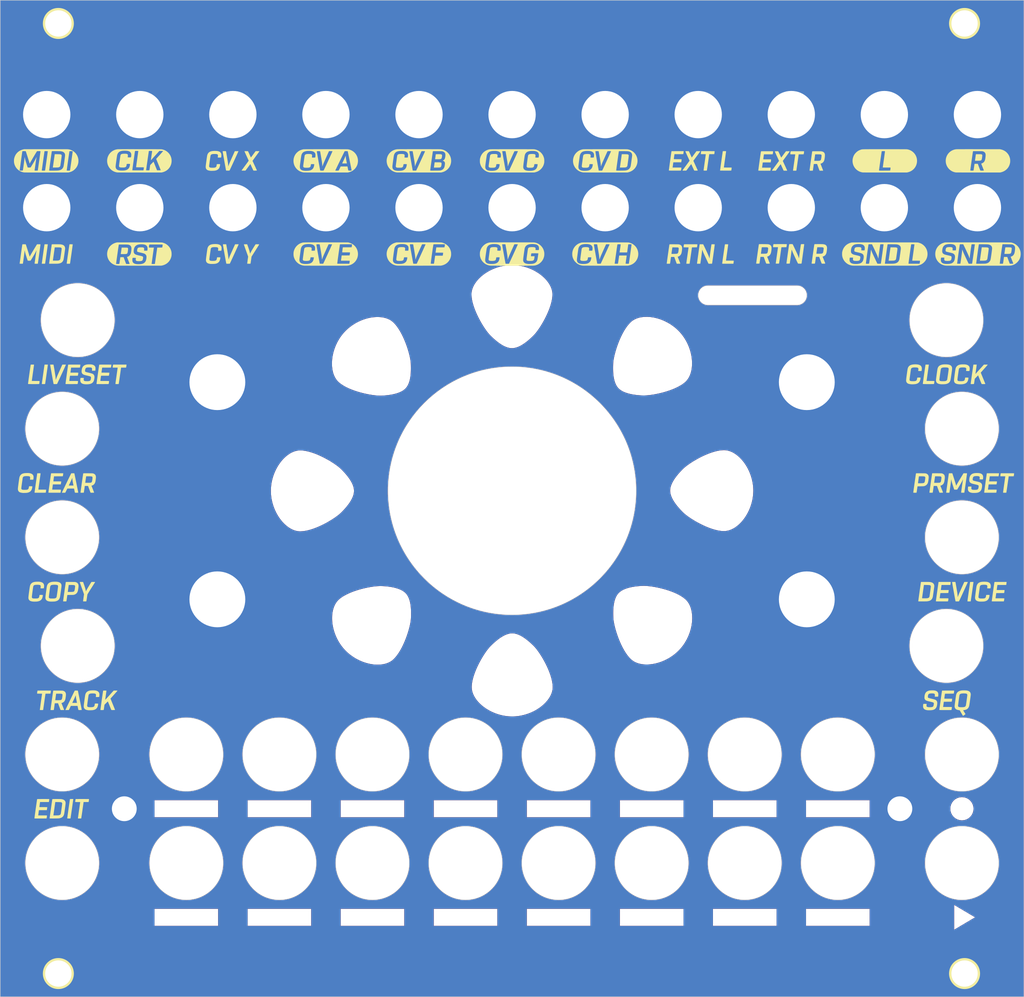
<source format=kicad_pcb>
(kicad_pcb (version 20241229) (generator "pcbnew") (generator_version "9.0")
  (layers (0 "F.Cu" signal) (2 "B.Cu" signal) (13 "F.Paste" user) (15 "B.Paste" user) (5 "F.SilkS" user "F.Silkscreen") (7 "B.SilkS" user "B.Silkscreen") (1 "F.Mask" user) (3 "B.Mask" user) (25 "Edge.Cuts" user))
  (net 0 "")
  (net 1 "GND")
  (footprint "custom:NPTH_5.2mm" (layer "F.Cu") (at 99.25 129.25)
    (property "Reference" "H6" (hide yes))
    (property "Value" "SmallBtnHole" (hide yes))
  )
  (footprint "custom:HOLE_7.2" (layer "F.Cu") (at 78 99.25)
    (property "Reference" "J23" (hide yes))
    (property "Value" "KNOB_HOLE" (hide yes))
  )
  (footprint "custom:CircleLEDMask" (layer "F.Cu") (at 116 90.75)
    (property "Reference" "FID17" (hide yes))
    (property "Value" "CircleLEDMask" (hide yes))
  )
  (footprint "custom:HOLE_6.1" (layer "F.Cu") (at 152 76.75)
    (property "Reference" "J20" (hide yes))
    (property "Value" "JACK_HOLE" (hide yes))
  )
  (footprint "custom:HOLE_6.1" (layer "F.Cu") (at 164 64.75)
    (property "Reference" "J10" (hide yes))
    (property "Value" "JACK_HOLE" (hide yes))
  )
  (footprint "custom:HOLE_6.1" (layer "F.Cu") (at 56 64.75)
    (property "Reference" "J1" (hide yes))
    (property "Value" "JACK_HOLE" (hide yes))
  )
  (footprint "custom:RecLEDMask" (layer "F.Cu") (at 174 154.25)
    (property "Reference" "FID25" (hide yes))
    (property "Value" "RecBtnMask" (hide yes))
  )
  (footprint "custom:HOLE_6.1" (layer "F.Cu") (at 164 76.75)
    (property "Reference" "J21" (hide yes))
    (property "Value" "JACK_HOLE" (hide yes))
  )
  (footprint "custom:ButtonLEDMask" (layer "F.Cu") (at 146 154.25)
    (property "Reference" "FID7" (hide yes))
    (property "Value" "BtnLEDMask" (hide yes))
  )
  (footprint "custom:M3_GND_HOLE_MINI2" (layer "F.Cu") (at 166 154.25)
    (property "Reference" "J32" (hide yes))
    (property "Value" "SCREW_HOLE" (hide yes))
  )
  (footprint "custom:HOLE_6.1" (layer "F.Cu") (at 176 76.75)
    (property "Reference" "J22" (hide yes))
    (property "Value" "JACK_HOLE" (hide yes))
  )
  (footprint "custom:RACK_HOLE_SMALL" (layer "F.Cu") (at 57.5 53)
    (property "Reference" "J27" (hide yes))
    (property "Value" "RACK_HOLE" (hide yes))
  )
  (footprint "custom:ButtonLEDMask" (layer "F.Cu") (at 74 168.25)
    (property "Reference" "FID9" (hide yes))
    (property "Value" "BtnLEDMask" (hide yes))
  )
  (footprint "custom:HOLE_7.2" (layer "F.Cu") (at 78 127.25)
    (property "Reference" "J25" (hide yes))
    (property "Value" "KNOB_HOLE" (hide yes))
  )
  (footprint "custom:ButtonLEDMask" (layer "F.Cu") (at 158 168.25)
    (property "Reference" "FID16" (hide yes))
    (property "Value" "BtnLEDMask" (hide yes))
  )
  (footprint "custom:IGB01ModuleSIlk" (layer "F.Cu") (at 116 114.25)
    (property "Reference" "FID27" (hide yes))
    (property "Value" "SilkLayer" (hide yes))
  )
  (footprint "custom:HOLE_6.1" (layer "F.Cu") (at 68 64.75)
    (property "Reference" "J2" (hide yes))
    (property "Value" "JACK_HOLE" (hide yes))
  )
  (footprint "custom:IGB01ModuleMask" (layer "F.Cu") (at 116 114.25)
    (property "Reference" "FID28" (hide yes))
    (property "Value" "MaskLayer" (hide yes))
  )
  (footprint "custom:HOLE_6.1" (layer "F.Cu") (at 152 64.75)
    (property "Reference" "J9" (hide yes))
    (property "Value" "JACK_HOLE" (hide yes))
  )
  (footprint "custom:CircleLEDMask" (layer "F.Cu") (at 116 135.75 180)
    (property "Reference" "FID18" (hide yes))
    (property "Value" "CircleLEDMask" (hide yes))
  )
  (footprint "custom:HOLE_6.1" (layer "F.Cu") (at 80 76.75)
    (property "Reference" "J14" (hide yes))
    (property "Value" "JACK_HOLE" (hide yes))
  )
  (footprint "custom:ButtonLEDMask" (layer "F.Cu") (at 122 168.25)
    (property "Reference" "FID13" (hide yes))
    (property "Value" "BtnLEDMask" (hide yes))
  )
  (footprint "custom:RACK_HOLE_SMALL" (layer "F.Cu") (at 174.34 53)
    (property "Reference" "J28" (hide yes))
    (property "Value" "RACK_HOLE" (hide yes))
  )
  (footprint "custom:NPTH_5.2mm" (layer "F.Cu") (at 132.75 129.25)
    (property "Reference" "H4" (hide yes))
    (property "Value" "SmallBtnHole" (hide yes))
  )
  (footprint "custom:ButtonLEDMask" (layer "F.Cu") (at 98 168.25)
    (property "Reference" "FID11" (hide yes))
    (property "Value" "BtnLEDMask" (hide yes))
  )
  (footprint "custom:CircleLEDMask" (layer "F.Cu") (at 91.5 113.25 90)
    (property "Reference" "FID22" (hide yes))
    (property "Value" "CircleLEDMask" (hide yes))
  )
  (footprint "custom:HOLE_7.2" (layer "F.Cu") (at 154 127.25)
    (property "Reference" "J26" (hide yes))
    (property "Value" "KNOB_HOLE" (hide yes))
  )
  (footprint "custom:ButtonLEDMask" (layer "F.Cu") (at 74 154.25)
    (property "Reference" "FID1" (hide yes))
    (property "Value" "BtnLEDMask" (hide yes))
  )
  (footprint "custom:CircleLEDMask" (layer "F.Cu") (at 99.25 97.25 48)
    (property "Reference" "FID24" (hide yes))
    (property "Value" "CircleLEDMask" (hide yes))
  )
  (footprint "custom:M3_GND_HOLE_MINI2" (layer "F.Cu") (at 66 154.25)
    (property "Reference" "J31" (hide yes))
    (property "Value" "SCREW_HOLE" (hide yes))
  )
  (footprint "custom:CircleLEDMask" (layer "F.Cu") (at 132.75 97.25 -48)
    (property "Reference" "FID19" (hide yes))
    (property "Value" "CircleLEDMask" (hide yes))
  )
  (footprint "custom:ButtonLEDMask" (layer "F.Cu") (at 86 168.25)
    (property "Reference" "FID10" (hide yes))
    (property "Value" "BtnLEDMask" (hide yes))
  )
  (footprint "custom:HOLE_6.1" (layer "F.Cu") (at 92 76.75)
    (property "Reference" "J15" (hide yes))
    (property "Value" "JACK_HOLE" (hide yes))
  )
  (footprint "custom:NPTH_5.2mm" (layer "F.Cu") (at 99.25 97.25)
    (property "Reference" "H8" (hide yes))
    (property "Value" "SmallBtnHole" (hide yes))
  )
  (footprint "custom:HOLE_6.1" (layer "F.Cu") (at 92 64.75)
    (property "Reference" "J4" (hide yes))
    (property "Value" "JACK_HOLE" (hide yes))
  )
  (footprint "custom:HOLE_6.1" (layer "F.Cu") (at 104 76.75)
    (property "Reference" "J16" (hide yes))
    (property "Value" "JACK_HOLE" (hide yes))
  )
  (footprint "custom:HOLE_6.1" (layer "F.Cu") (at 116 64.75)
    (property "Reference" "J6" (hide yes))
    (property "Value" "JACK_HOLE" (hide yes))
  )
  (footprint "custom:PlayLEDMask" (layer "F.Cu") (at 174 168.25)
    (property "Reference" "FID26" (hide yes))
    (property "Value" "PlayBtnMask" (hide yes))
  )
  (footprint "custom:NPTH_5.2mm" (layer "F.Cu") (at 116 135.75)
    (property "Reference" "H5" (hide yes))
    (property "Value" "SmallBtnHole" (hide yes))
  )
  (footprint "custom:HOLE_6.1" (layer "F.Cu") (at 80 64.75)
    (property "Reference" "J3" (hide yes))
    (property "Value" "JACK_HOLE" (hide yes))
  )
  (footprint "custom:HOLE_6.1" (layer "F.Cu") (at 56 76.75)
    (property "Reference" "J12" (hide yes))
    (property "Value" "JACK_HOLE" (hide yes))
  )
  (footprint "custom:RACK_HOLE_SMALL" (layer "F.Cu") (at 174.34 175.5)
    (property "Reference" "J30" (hide yes))
    (property "Value" "RACK_HOLE" (hide yes))
  )
  (footprint "custom:HOLE_6.1" (layer "F.Cu") (at 128 64.75)
    (property "Reference" "J7" (hide yes))
    (property "Value" "JACK_HOLE" (hide yes))
  )
  (footprint "custom:NPTH_5.2mm" (layer "F.Cu") (at 140.5 113.25)
    (property "Reference" "H3" (hide yes))
    (property "Value" "SmallBtnHole" (hide yes))
  )
  (footprint "custom:ButtonLEDMask" (layer "F.Cu") (at 122 154.25)
    (property "Reference" "FID5" (hide yes))
    (property "Value" "BtnLEDMask" (hide yes))
  )
  (footprint "custom:ButtonLEDMask" (layer "F.Cu") (at 98 154.25)
    (property "Reference" "FID3" (hide yes))
    (property "Value" "BtnLEDMask" (hide yes))
  )
  (footprint "custom:CircleLEDMask" (layer "F.Cu") (at 140.5 113.25 -90)
    (property "Reference" "FID21" (hide yes))
    (property "Value" "CircleLEDMask" (hide yes))
  )
  (footprint "custom:RACK_HOLE_SMALL" (layer "F.Cu") (at 57.5 175.5)
    (property "Reference" "J29" (hide yes))
    (property "Value" "RACK_HOLE" (hide yes))
  )
  (footprint "custom:HOLE_6.1" (layer "F.Cu") (at 116 76.75)
    (property "Reference" "J17" (hide yes))
    (property "Value" "JACK_HOLE" (hide yes))
  )
  (footprint "custom:HOLE_6.1" (layer "F.Cu") (at 140 64.75)
    (property "Reference" "J8" (hide yes))
    (property "Value" "JACK_HOLE" (hide yes))
  )
  (footprint "custom:NPTH_5.2mm" (layer "F.Cu") (at 91.5 113.25)
    (property "Reference" "H7" (hide yes))
    (property "Value" "SmallBtnHole" (hide yes))
  )
  (footprint "custom:ButtonLEDMask" (layer "F.Cu") (at 110 154.25)
    (property "Reference" "FID4" (hide yes))
    (property "Value" "BtnLEDMask" (hide yes))
  )
  (footprint "custom:HOLE_6.1" (layer "F.Cu") (at 128 76.75)
    (property "Reference" "J18" (hide yes))
    (property "Value" "JACK_HOLE" (hide yes))
  )
  (footprint "custom:ButtonLEDMask" (layer "F.Cu") (at 110 168.25)
    (property "Reference" "FID12" (hide yes))
    (property "Value" "BtnLEDMask" (hide yes))
  )
  (footprint "custom:HOLE_6.1" (layer "F.Cu") (at 68 76.75)
    (property "Reference" "J13" (hide yes))
    (property "Value" "JACK_HOLE" (hide yes))
  )
  (footprint "custom:NPTH_5.2mm" (layer "F.Cu") (at 132.75 97.25)
    (property "Reference" "H2" (hide yes))
    (property "Value" "SmallBtnHole" (hide yes))
  )
  (footprint "custom:ButtonLEDMask" (layer "F.Cu") (at 158 154.25)
    (property "Reference" "FID8" (hide yes))
    (property "Value" "BtnLEDMask" (hide yes))
  )
  (footprint "custom:ButtonLEDMask" (layer "F.Cu") (at 134 154.25)
    (property "Reference" "FID6" (hide yes))
    (property "Value" "BtnLEDMask" (hide yes))
  )
  (footprint "custom:NPTH_5.2mm" (layer "F.Cu") (at 116 90.75)
    (property "Reference" "H1" (hide yes))
    (property "Value" "SmallBtnHole" (hide yes))
  )
  (footprint "custom:ButtonLEDMask" (layer "F.Cu") (at 134 168.25)
    (property "Reference" "FID14" (hide yes))
    (property "Value" "BtnLEDMask" (hide yes))
  )
  (footprint "custom:HOLE_6.1" (layer "F.Cu") (at 140 76.75)
    (property "Reference" "J19" (hide yes))
    (property "Value" "JACK_HOLE" (hide yes))
  )
  (footprint "custom:CircleLEDMask" (layer "F.Cu") (at 132.75 129.25 -132)
    (property "Reference" "FID23" (hide yes))
    (property "Value" "CircleLEDMask" (hide yes))
  )
  (footprint "custom:HOLE_6.1" (layer "F.Cu") (at 176 64.75)
    (property "Reference" "J11" (hide yes))
    (property "Value" "JACK_HOLE" (hide yes))
  )
  (footprint "custom:ButtonLEDMask" (layer "F.Cu") (at 146 168.25)
    (property "Reference" "FID15" (hide yes))
    (property "Value" "BtnLEDMask" (hide yes))
  )
  (footprint "custom:CircleLEDMask" (layer "F.Cu") (at 99.25 129.25 132)
    (property "Reference" "FID20" (hide yes))
    (property "Value" "CircleLEDMask" (hide yes))
  )
  (footprint "custom:HOLE_7.2" (layer "F.Cu") (at 154 99.25)
    (property "Reference" "J24" (hide yes))
    (property "Value" "KNOB_HOLE" (hide yes))
  )
  (footprint "custom:HOLE_6.1" (layer "F.Cu") (at 104 64.75)
    (property "Reference" "J5" (hide yes))
    (property "Value" "JACK_HOLE" (hide yes))
  )
  (footprint "custom:ButtonLEDMask" (layer "F.Cu") (at 86 154.25)
    (property "Reference" "FID2" (hide yes))
    (property "Value" "BtnLEDMask" (hide yes))
  )
  (gr_circle (center 110 147.25) (end 114.75 147.25) (stroke (width 0.05)) (fill no) (layer "Edge.Cuts"))
  (gr_circle (center 146 147.25) (end 150.75 147.25) (stroke (width 0.05)) (fill no) (layer "Edge.Cuts"))
  (gr_circle (center 134 161.25) (end 138.75 161.25) (stroke (width 0.05)) (fill no) (layer "Edge.Cuts"))
  (gr_line (start 141.25 89.3) (end 152.75 89.3) (stroke (width 0.05)) (layer "Edge.Cuts"))
  (gr_circle (center 174 147.25) (end 178.75 147.25) (stroke (width 0.05)) (fill no) (layer "Edge.Cuts"))
  (gr_circle (center 58 119.25) (end 62.75 119.25) (stroke (width 0.05)) (fill no) (layer "Edge.Cuts"))
  (gr_arc (start 152.75 86.8) (mid 154 88.05) (end 152.75 89.3) (stroke (width 0.05)) (layer "Edge.Cuts"))
  (gr_circle (center 172 133.25) (end 176.75 133.25) (stroke (width 0.05)) (fill no) (layer "Edge.Cuts"))
  (gr_circle (center 58 161.25) (end 62.75 161.25) (stroke (width 0.05)) (fill no) (layer "Edge.Cuts"))
  (gr_circle (center 86 147.25) (end 90.75 147.25) (stroke (width 0.05)) (fill no) (layer "Edge.Cuts"))
  (gr_circle (center 58 105.25) (end 62.75 105.25) (stroke (width 0.05)) (fill no) (layer "Edge.Cuts"))
  (gr_circle (center 74 161.25) (end 78.75 161.25) (stroke (width 0.05)) (fill no) (layer "Edge.Cuts"))
  (gr_circle (center 174 105.25) (end 178.75 105.25) (stroke (width 0.05)) (fill no) (layer "Edge.Cuts"))
  (gr_circle (center 172 91.25) (end 176.75 91.25) (stroke (width 0.05)) (fill no) (layer "Edge.Cuts"))
  (gr_circle (center 60 91.25) (end 64.75 91.25) (stroke (width 0.05)) (fill no) (layer "Edge.Cuts"))
  (gr_circle (center 122 147.25) (end 126.75 147.25) (stroke (width 0.05)) (fill no) (layer "Edge.Cuts"))
  (gr_circle (center 98 147.25) (end 102.75 147.25) (stroke (width 0.05)) (fill no) (layer "Edge.Cuts"))
  (gr_arc (start 141.25 89.3) (mid 140 88.05) (end 141.25 86.8) (stroke (width 0.05)) (layer "Edge.Cuts"))
  (gr_circle (center 110 161.25) (end 114.75 161.25) (stroke (width 0.05)) (fill no) (layer "Edge.Cuts"))
  (gr_circle (center 146 161.25) (end 150.75 161.25) (stroke (width 0.05)) (fill no) (layer "Edge.Cuts"))
  (gr_circle (center 86 161.25) (end 90.75 161.25) (stroke (width 0.05)) (fill no) (layer "Edge.Cuts"))
  (gr_circle (center 98 161.25) (end 102.75 161.25) (stroke (width 0.05)) (fill no) (layer "Edge.Cuts"))
  (gr_circle (center 60 133.25) (end 64.75 133.25) (stroke (width 0.05)) (fill no) (layer "Edge.Cuts"))
  (gr_circle (center 174 161.25) (end 178.75 161.25) (stroke (width 0.05)) (fill no) (layer "Edge.Cuts"))
  (gr_circle (center 116 113.25) (end 132 113.25) (stroke (width 0.05)) (fill no) (layer "Edge.Cuts"))
  (gr_circle (center 174 119.25) (end 178.75 119.25) (stroke (width 0.05)) (fill no) (layer "Edge.Cuts"))
  (gr_line (start 152.75 86.8) (end 141.25 86.8) (stroke (width 0.05)) (layer "Edge.Cuts"))
  (gr_circle (center 158 161.25) (end 162.75 161.25) (stroke (width 0.05)) (fill no) (layer "Edge.Cuts"))
  (gr_circle (center 74 147.25) (end 78.75 147.25) (stroke (width 0.05)) (fill no) (layer "Edge.Cuts"))
  (gr_circle (center 58 147.25) (end 62.75 147.25) (stroke (width 0.05)) (fill no) (layer "Edge.Cuts"))
  (gr_rect (start 50 50) (end 182 178.5) (stroke (width 0.05)) (fill no) (layer "Edge.Cuts"))
  (gr_circle (center 122 161.25) (end 126.75 161.25) (stroke (width 0.05)) (fill no) (layer "Edge.Cuts"))
  (gr_circle (center 158 147.25) (end 162.75 147.25) (stroke (width 0.05)) (fill no) (layer "Edge.Cuts"))
  (gr_circle (center 134 147.25) (end 138.75 147.25) (stroke (width 0.05)) (fill no) (layer "Edge.Cuts"))
  (zone (net 1) (net_name "GND") (layers "F.Cu" "B.Cu") (connect_pads yes (clearance 0)) (min_thickness 0.025) (fill yes (thermal_gap 0.025) (thermal_bridge_width 0.025))
    (polygon (pts (xy 50 50) (xy 50 178.5) (xy 182 178.5) (xy 182 50)))
  )
)
</source>
